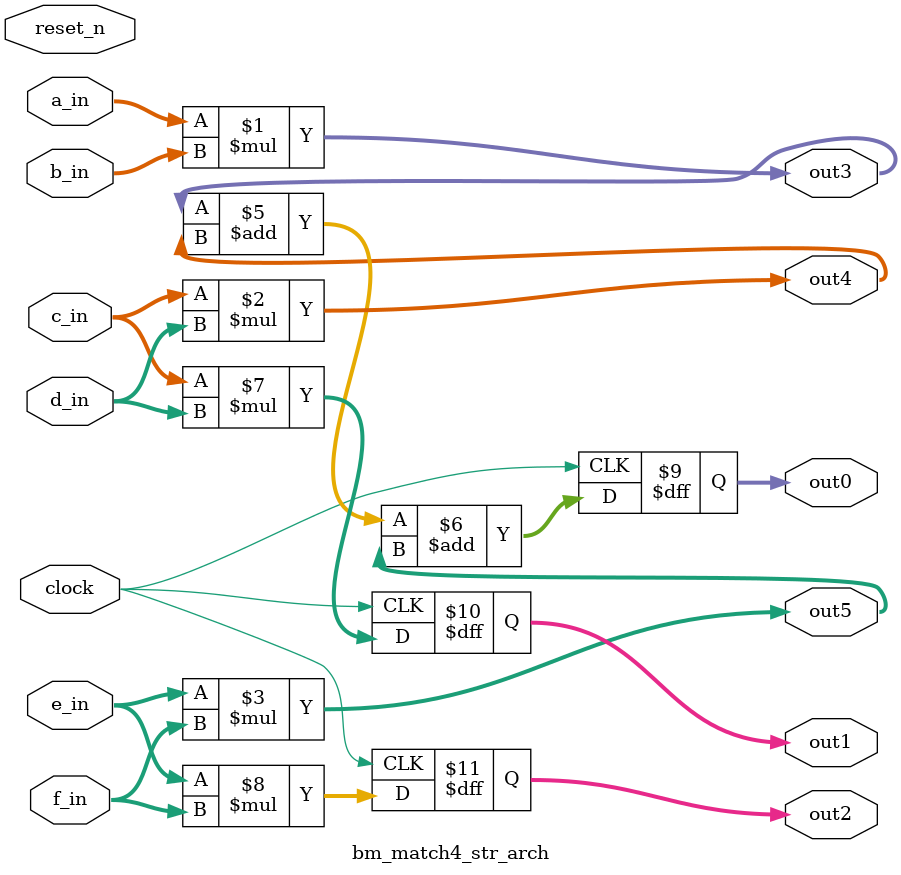
<source format=v>

`define BITS0 9         // Bit width of the operands
`define BITS1 8         // Bit width of the operands
`define BITS2 18         // Bit width of the operands
`define BITS3 36         // Bit width of the operands

// sees if the softaware matches simple primitives 
module 	bm_match4_str_arch(clock, 
		reset_n, 
		a_in, 
		b_in,
		c_in, 
		d_in, 
		e_in, 
		f_in, 
		out0,
		out1,
		out2,
		out3,
		out4,
		out5,
);

// SIGNAL DECLARATIONS
input	clock;
input 	reset_n;

input [`BITS0-1:0] a_in;
input [`BITS0-1:0] b_in;
input [`BITS0-1:0] c_in;
input [`BITS1-1:0] d_in;
input [`BITS1-1:0] e_in;
input [`BITS1-1:0] f_in;

output [`BITS3-1:0] out0;
output [`BITS3-1:0] out1;
output [`BITS3-1:0] out2;
output [`BITS3-1:0] out3;
output [`BITS3-1:0] out4;
output [`BITS3-1:0] out5;

reg [`BITS3-1:0] out0;
reg [`BITS3-1:0] out1;
reg [`BITS3-1:0] out2;
wire [`BITS3-1:0] out3;
wire [`BITS3-1:0] out4;
wire [`BITS3-1:0] out5;

assign out3 = a_in * b_in;
assign out4 = c_in * d_in;
assign out5 = e_in * f_in;

always @(posedge clock)
begin
	out0 <= out3 + out4 + out5;
	out1 <= c_in * d_in;
	out2 <= e_in * f_in;
end

endmodule

</source>
